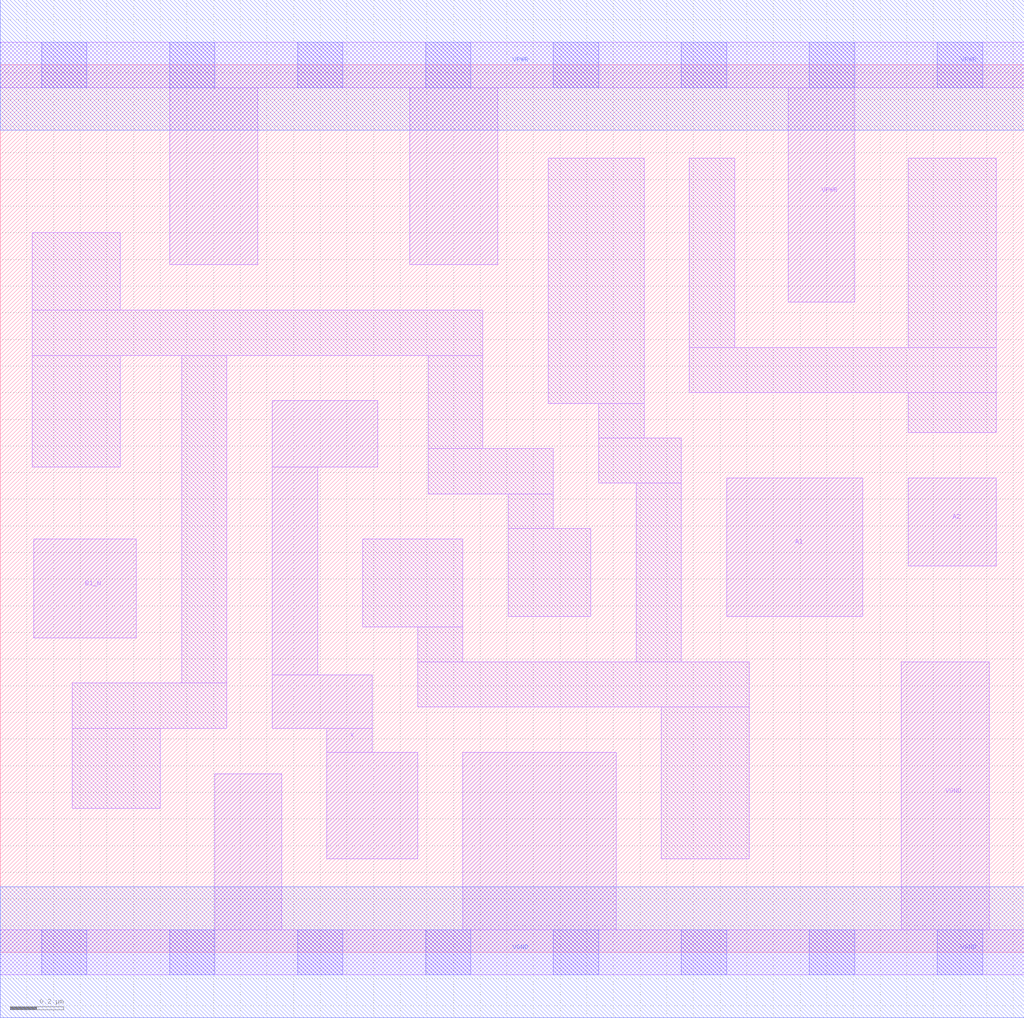
<source format=lef>
# Copyright 2020 The SkyWater PDK Authors
#
# Licensed under the Apache License, Version 2.0 (the "License");
# you may not use this file except in compliance with the License.
# You may obtain a copy of the License at
#
#     https://www.apache.org/licenses/LICENSE-2.0
#
# Unless required by applicable law or agreed to in writing, software
# distributed under the License is distributed on an "AS IS" BASIS,
# WITHOUT WARRANTIES OR CONDITIONS OF ANY KIND, either express or implied.
# See the License for the specific language governing permissions and
# limitations under the License.
#
# SPDX-License-Identifier: Apache-2.0

VERSION 5.7 ;
  NAMESCASESENSITIVE ON ;
  NOWIREEXTENSIONATPIN ON ;
  DIVIDERCHAR "/" ;
  BUSBITCHARS "[]" ;
UNITS
  DATABASE MICRONS 200 ;
END UNITS
MACRO sky130_fd_sc_ls__a21bo_2
  CLASS CORE ;
  SOURCE USER ;
  FOREIGN sky130_fd_sc_ls__a21bo_2 ;
  ORIGIN  0.000000  0.000000 ;
  SIZE  3.840000 BY  3.330000 ;
  SYMMETRY X Y ;
  SITE unit ;
  PIN A1
    ANTENNAGATEAREA  0.261000 ;
    DIRECTION INPUT ;
    USE SIGNAL ;
    PORT
      LAYER li1 ;
        RECT 2.725000 1.260000 3.235000 1.780000 ;
    END
  END A1
  PIN A2
    ANTENNAGATEAREA  0.261000 ;
    DIRECTION INPUT ;
    USE SIGNAL ;
    PORT
      LAYER li1 ;
        RECT 3.405000 1.450000 3.735000 1.780000 ;
    END
  END A2
  PIN B1_N
    ANTENNAGATEAREA  0.208500 ;
    DIRECTION INPUT ;
    USE SIGNAL ;
    PORT
      LAYER li1 ;
        RECT 0.125000 1.180000 0.510000 1.550000 ;
    END
  END B1_N
  PIN X
    ANTENNADIFFAREA  0.543200 ;
    DIRECTION OUTPUT ;
    USE SIGNAL ;
    PORT
      LAYER li1 ;
        RECT 1.020000 0.840000 1.395000 1.040000 ;
        RECT 1.020000 1.040000 1.190000 1.820000 ;
        RECT 1.020000 1.820000 1.415000 2.070000 ;
        RECT 1.225000 0.350000 1.565000 0.750000 ;
        RECT 1.225000 0.750000 1.395000 0.840000 ;
    END
  END X
  PIN VGND
    DIRECTION INOUT ;
    SHAPE ABUTMENT ;
    USE GROUND ;
    PORT
      LAYER li1 ;
        RECT 0.000000 -0.085000 3.840000 0.085000 ;
        RECT 0.805000  0.085000 1.055000 0.670000 ;
        RECT 1.735000  0.085000 2.310000 0.750000 ;
        RECT 3.380000  0.085000 3.710000 1.090000 ;
      LAYER mcon ;
        RECT 0.155000 -0.085000 0.325000 0.085000 ;
        RECT 0.635000 -0.085000 0.805000 0.085000 ;
        RECT 1.115000 -0.085000 1.285000 0.085000 ;
        RECT 1.595000 -0.085000 1.765000 0.085000 ;
        RECT 2.075000 -0.085000 2.245000 0.085000 ;
        RECT 2.555000 -0.085000 2.725000 0.085000 ;
        RECT 3.035000 -0.085000 3.205000 0.085000 ;
        RECT 3.515000 -0.085000 3.685000 0.085000 ;
      LAYER met1 ;
        RECT 0.000000 -0.245000 3.840000 0.245000 ;
    END
  END VGND
  PIN VPWR
    DIRECTION INOUT ;
    SHAPE ABUTMENT ;
    USE POWER ;
    PORT
      LAYER li1 ;
        RECT 0.000000 3.245000 3.840000 3.415000 ;
        RECT 0.635000 2.580000 0.965000 3.245000 ;
        RECT 1.535000 2.580000 1.865000 3.245000 ;
        RECT 2.955000 2.440000 3.205000 3.245000 ;
      LAYER mcon ;
        RECT 0.155000 3.245000 0.325000 3.415000 ;
        RECT 0.635000 3.245000 0.805000 3.415000 ;
        RECT 1.115000 3.245000 1.285000 3.415000 ;
        RECT 1.595000 3.245000 1.765000 3.415000 ;
        RECT 2.075000 3.245000 2.245000 3.415000 ;
        RECT 2.555000 3.245000 2.725000 3.415000 ;
        RECT 3.035000 3.245000 3.205000 3.415000 ;
        RECT 3.515000 3.245000 3.685000 3.415000 ;
      LAYER met1 ;
        RECT 0.000000 3.085000 3.840000 3.575000 ;
    END
  END VPWR
  OBS
    LAYER li1 ;
      RECT 0.120000 1.820000 0.450000 2.240000 ;
      RECT 0.120000 2.240000 1.810000 2.410000 ;
      RECT 0.120000 2.410000 0.450000 2.700000 ;
      RECT 0.270000 0.540000 0.600000 0.840000 ;
      RECT 0.270000 0.840000 0.850000 1.010000 ;
      RECT 0.680000 1.010000 0.850000 2.240000 ;
      RECT 1.360000 1.220000 1.735000 1.550000 ;
      RECT 1.565000 0.920000 2.810000 1.090000 ;
      RECT 1.565000 1.090000 1.735000 1.220000 ;
      RECT 1.605000 1.720000 2.075000 1.890000 ;
      RECT 1.605000 1.890000 1.810000 2.240000 ;
      RECT 1.905000 1.260000 2.215000 1.590000 ;
      RECT 1.905000 1.590000 2.075000 1.720000 ;
      RECT 2.055000 2.060000 2.415000 2.980000 ;
      RECT 2.245000 1.760000 2.555000 1.930000 ;
      RECT 2.245000 1.930000 2.415000 2.060000 ;
      RECT 2.385000 1.090000 2.555000 1.760000 ;
      RECT 2.480000 0.350000 2.810000 0.920000 ;
      RECT 2.585000 2.100000 3.735000 2.270000 ;
      RECT 2.585000 2.270000 2.755000 2.980000 ;
      RECT 3.405000 1.950000 3.735000 2.100000 ;
      RECT 3.405000 2.270000 3.735000 2.980000 ;
  END
END sky130_fd_sc_ls__a21bo_2

</source>
